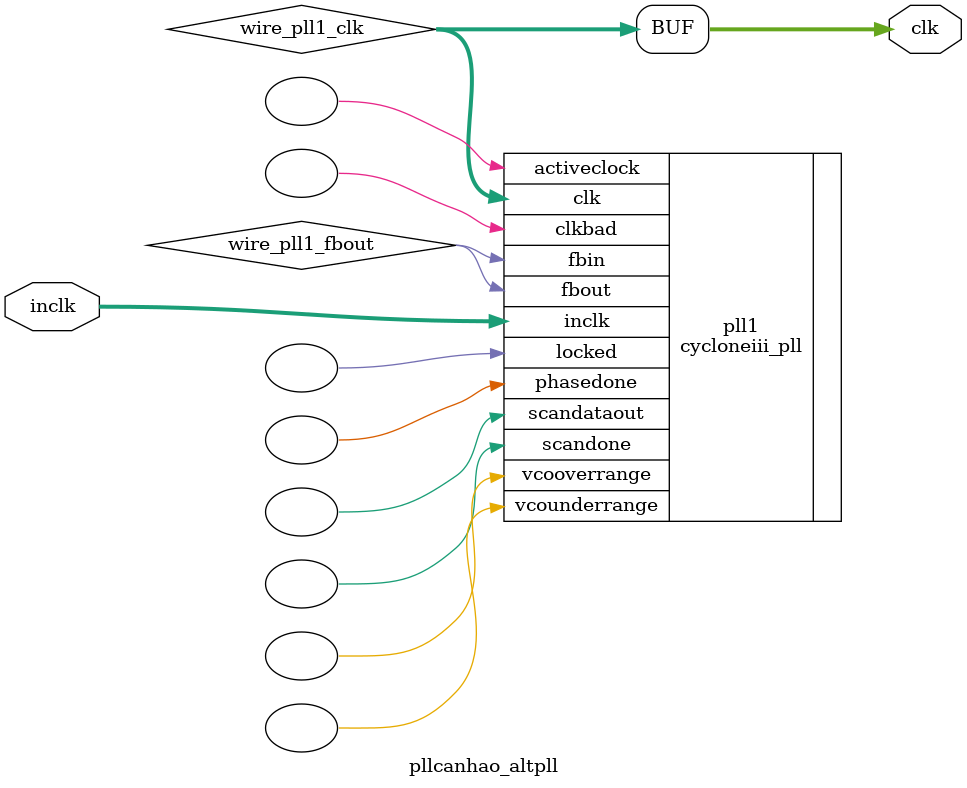
<source format=v>






//synthesis_resources = cycloneiii_pll 1 
//synopsys translate_off
`timescale 1 ps / 1 ps
//synopsys translate_on
module  pllcanhao_altpll
	( 
	clk,
	inclk) /* synthesis synthesis_clearbox=1 */;
	output   [4:0]  clk;
	input   [1:0]  inclk;
`ifndef ALTERA_RESERVED_QIS
// synopsys translate_off
`endif
	tri0   [1:0]  inclk;
`ifndef ALTERA_RESERVED_QIS
// synopsys translate_on
`endif

	wire  [4:0]   wire_pll1_clk;
	wire  wire_pll1_fbout;

	cycloneiii_pll   pll1
	( 
	.activeclock(),
	.clk(wire_pll1_clk),
	.clkbad(),
	.fbin(wire_pll1_fbout),
	.fbout(wire_pll1_fbout),
	.inclk(inclk),
	.locked(),
	.phasedone(),
	.scandataout(),
	.scandone(),
	.vcooverrange(),
	.vcounderrange()
	`ifndef FORMAL_VERIFICATION
	// synopsys translate_off
	`endif
	,
	.areset(1'b0),
	.clkswitch(1'b0),
	.configupdate(1'b0),
	.pfdena(1'b1),
	.phasecounterselect({3{1'b0}}),
	.phasestep(1'b0),
	.phaseupdown(1'b0),
	.scanclk(1'b0),
	.scanclkena(1'b1),
	.scandata(1'b0)
	`ifndef FORMAL_VERIFICATION
	// synopsys translate_on
	`endif
	);
	defparam
		pll1.bandwidth_type = "auto",
		pll1.clk0_divide_by = 25,
		pll1.clk0_duty_cycle = 50,
		pll1.clk0_multiply_by = 6,
		pll1.clk0_phase_shift = "0",
		pll1.compensate_clock = "clk0",
		pll1.inclk0_input_frequency = 20000,
		pll1.operation_mode = "normal",
		pll1.pll_type = "auto",
		pll1.lpm_type = "cycloneiii_pll";
	assign
		clk = {wire_pll1_clk[4:0]};
endmodule //pllcanhao_altpll
//VALID FILE

</source>
